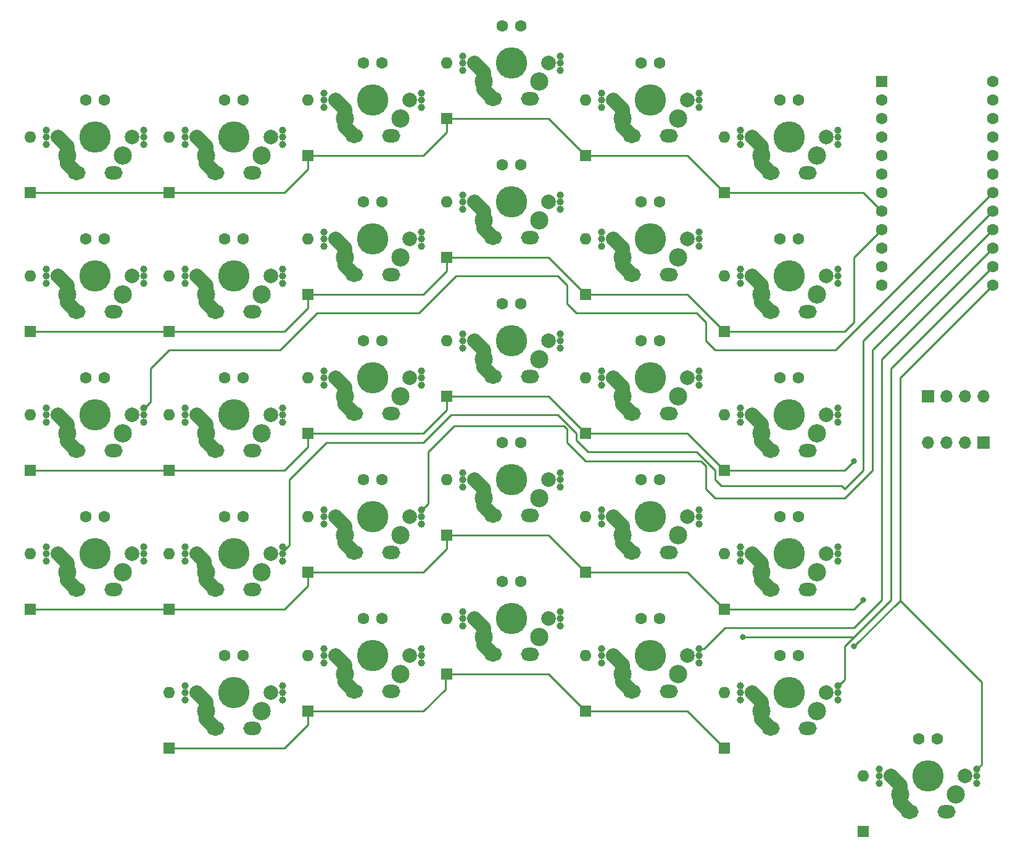
<source format=gbr>
%TF.GenerationSoftware,KiCad,Pcbnew,(5.1.9)-1*%
%TF.CreationDate,2021-03-27T16:34:22+07:00*%
%TF.ProjectId,LetsSplit256,4c657473-5370-46c6-9974-3235362e6b69,rev?*%
%TF.SameCoordinates,Original*%
%TF.FileFunction,Copper,L2,Bot*%
%TF.FilePolarity,Positive*%
%FSLAX46Y46*%
G04 Gerber Fmt 4.6, Leading zero omitted, Abs format (unit mm)*
G04 Created by KiCad (PCBNEW (5.1.9)-1) date 2021-03-27 16:34:22*
%MOMM*%
%LPD*%
G01*
G04 APERTURE LIST*
%TA.AperFunction,ComponentPad*%
%ADD10O,1.700000X1.700000*%
%TD*%
%TA.AperFunction,ComponentPad*%
%ADD11R,1.700000X1.700000*%
%TD*%
%TA.AperFunction,ComponentPad*%
%ADD12C,1.000000*%
%TD*%
%TA.AperFunction,ComponentPad*%
%ADD13O,2.500000X1.800000*%
%TD*%
%TA.AperFunction,ComponentPad*%
%ADD14C,2.500000*%
%TD*%
%TA.AperFunction,ComponentPad*%
%ADD15C,2.000000*%
%TD*%
%TA.AperFunction,ComponentPad*%
%ADD16C,4.300000*%
%TD*%
%TA.AperFunction,ComponentPad*%
%ADD17C,1.600000*%
%TD*%
%TA.AperFunction,ComponentPad*%
%ADD18R,1.600000X1.600000*%
%TD*%
%TA.AperFunction,ComponentPad*%
%ADD19O,1.600000X1.600000*%
%TD*%
%TA.AperFunction,ViaPad*%
%ADD20C,0.800000*%
%TD*%
%TA.AperFunction,Conductor*%
%ADD21C,2.000000*%
%TD*%
%TA.AperFunction,Conductor*%
%ADD22C,0.250000*%
%TD*%
G04 APERTURE END LIST*
D10*
%TO.P,JL1,4*%
%TO.N,Net-(JL1-Pad4)*%
X157480000Y-81280000D03*
%TO.P,JL1,3*%
%TO.N,Net-(JL1-Pad3)*%
X154940000Y-81280000D03*
%TO.P,JL1,2*%
%TO.N,Net-(JL1-Pad2)*%
X152400000Y-81280000D03*
D11*
%TO.P,JL1,1*%
%TO.N,Net-(JL1-Pad1)*%
X149860000Y-81280000D03*
%TD*%
D10*
%TO.P,JL2,4*%
%TO.N,N/C*%
X149860000Y-87630000D03*
%TO.P,JL2,3*%
X152400000Y-87630000D03*
%TO.P,JL2,2*%
X154940000Y-87630000D03*
D11*
%TO.P,JL2,1*%
X157480000Y-87630000D03*
%TD*%
D12*
%TO.P,KLZ1,1*%
%TO.N,Net-(DL24-Pad2)*%
X47910000Y-101870000D03*
X47910000Y-103870000D03*
X47910000Y-102870000D03*
D13*
%TO.P,KLZ1,2*%
%TO.N,Net-(KL1-Pad2)*%
X57150000Y-107746800D03*
D14*
%TO.P,KLZ1,1*%
%TO.N,Net-(DL24-Pad2)*%
X50800000Y-105410000D03*
D13*
X52070000Y-107746800D03*
D14*
%TO.P,KLZ1,2*%
%TO.N,Net-(KL1-Pad2)*%
X58420000Y-105410000D03*
D15*
%TO.P,KLZ1,1*%
%TO.N,Net-(DL24-Pad2)*%
X49530000Y-102870000D03*
%TO.P,KLZ1,2*%
%TO.N,Net-(KL1-Pad2)*%
X59690000Y-102870000D03*
D16*
%TO.P,KLZ1,0*%
%TO.N,N/C*%
X54610000Y-102870000D03*
D12*
%TO.P,KLZ1,2*%
%TO.N,Net-(KL1-Pad2)*%
X61310000Y-102870000D03*
X61310000Y-101870000D03*
X61310000Y-103870000D03*
D17*
%TO.P,KLZ1,0*%
%TO.N,N/C*%
X55880000Y-97790000D03*
X53340000Y-97790000D03*
%TD*%
D12*
%TO.P,KLX1,1*%
%TO.N,Net-(DL34-Pad2)*%
X66960000Y-96790000D03*
X66960000Y-98790000D03*
X66960000Y-97790000D03*
D13*
%TO.P,KLX1,2*%
%TO.N,Net-(KL2-Pad2)*%
X76200000Y-102666800D03*
D14*
%TO.P,KLX1,1*%
%TO.N,Net-(DL34-Pad2)*%
X69850000Y-100330000D03*
D13*
X71120000Y-102666800D03*
D14*
%TO.P,KLX1,2*%
%TO.N,Net-(KL2-Pad2)*%
X77470000Y-100330000D03*
D15*
%TO.P,KLX1,1*%
%TO.N,Net-(DL34-Pad2)*%
X68580000Y-97790000D03*
%TO.P,KLX1,2*%
%TO.N,Net-(KL2-Pad2)*%
X78740000Y-97790000D03*
D16*
%TO.P,KLX1,0*%
%TO.N,N/C*%
X73660000Y-97790000D03*
D12*
%TO.P,KLX1,2*%
%TO.N,Net-(KL2-Pad2)*%
X80360000Y-97790000D03*
X80360000Y-96790000D03*
X80360000Y-98790000D03*
D17*
%TO.P,KLX1,0*%
%TO.N,N/C*%
X74930000Y-92710000D03*
X72390000Y-92710000D03*
%TD*%
D12*
%TO.P,KLW1,1*%
%TO.N,Net-(DL32-Pad2)*%
X66960000Y-58690000D03*
X66960000Y-60690000D03*
X66960000Y-59690000D03*
D13*
%TO.P,KLW1,2*%
%TO.N,Net-(KL2-Pad2)*%
X76200000Y-64566800D03*
D14*
%TO.P,KLW1,1*%
%TO.N,Net-(DL32-Pad2)*%
X69850000Y-62230000D03*
D13*
X71120000Y-64566800D03*
D14*
%TO.P,KLW1,2*%
%TO.N,Net-(KL2-Pad2)*%
X77470000Y-62230000D03*
D15*
%TO.P,KLW1,1*%
%TO.N,Net-(DL32-Pad2)*%
X68580000Y-59690000D03*
%TO.P,KLW1,2*%
%TO.N,Net-(KL2-Pad2)*%
X78740000Y-59690000D03*
D16*
%TO.P,KLW1,0*%
%TO.N,N/C*%
X73660000Y-59690000D03*
D12*
%TO.P,KLW1,2*%
%TO.N,Net-(KL2-Pad2)*%
X80360000Y-59690000D03*
X80360000Y-58690000D03*
X80360000Y-60690000D03*
D17*
%TO.P,KLW1,0*%
%TO.N,N/C*%
X74930000Y-54610000D03*
X72390000Y-54610000D03*
%TD*%
D12*
%TO.P,KLV1,1*%
%TO.N,Net-(DL54-Pad2)*%
X105060000Y-96790000D03*
X105060000Y-98790000D03*
X105060000Y-97790000D03*
D13*
%TO.P,KLV1,2*%
%TO.N,Net-(KL4-Pad2)*%
X114300000Y-102666800D03*
D14*
%TO.P,KLV1,1*%
%TO.N,Net-(DL54-Pad2)*%
X107950000Y-100330000D03*
D13*
X109220000Y-102666800D03*
D14*
%TO.P,KLV1,2*%
%TO.N,Net-(KL4-Pad2)*%
X115570000Y-100330000D03*
D15*
%TO.P,KLV1,1*%
%TO.N,Net-(DL54-Pad2)*%
X106680000Y-97790000D03*
%TO.P,KLV1,2*%
%TO.N,Net-(KL4-Pad2)*%
X116840000Y-97790000D03*
D16*
%TO.P,KLV1,0*%
%TO.N,N/C*%
X111760000Y-97790000D03*
D12*
%TO.P,KLV1,2*%
%TO.N,Net-(KL4-Pad2)*%
X118460000Y-97790000D03*
X118460000Y-96790000D03*
X118460000Y-98790000D03*
D17*
%TO.P,KLV1,0*%
%TO.N,N/C*%
X113030000Y-92710000D03*
X110490000Y-92710000D03*
%TD*%
D12*
%TO.P,KLR1,1*%
%TO.N,Net-(DL52-Pad2)*%
X105060000Y-58690000D03*
X105060000Y-60690000D03*
X105060000Y-59690000D03*
D13*
%TO.P,KLR1,2*%
%TO.N,Net-(KL4-Pad2)*%
X114300000Y-64566800D03*
D14*
%TO.P,KLR1,1*%
%TO.N,Net-(DL52-Pad2)*%
X107950000Y-62230000D03*
D13*
X109220000Y-64566800D03*
D14*
%TO.P,KLR1,2*%
%TO.N,Net-(KL4-Pad2)*%
X115570000Y-62230000D03*
D15*
%TO.P,KLR1,1*%
%TO.N,Net-(DL52-Pad2)*%
X106680000Y-59690000D03*
%TO.P,KLR1,2*%
%TO.N,Net-(KL4-Pad2)*%
X116840000Y-59690000D03*
D16*
%TO.P,KLR1,0*%
%TO.N,N/C*%
X111760000Y-59690000D03*
D12*
%TO.P,KLR1,2*%
%TO.N,Net-(KL4-Pad2)*%
X118460000Y-59690000D03*
X118460000Y-58690000D03*
X118460000Y-60690000D03*
D17*
%TO.P,KLR1,0*%
%TO.N,N/C*%
X113030000Y-54610000D03*
X110490000Y-54610000D03*
%TD*%
D12*
%TO.P,KLQ1,1*%
%TO.N,Net-(DL22-Pad2)*%
X47910000Y-63770000D03*
X47910000Y-65770000D03*
X47910000Y-64770000D03*
D13*
%TO.P,KLQ1,2*%
%TO.N,Net-(KL1-Pad2)*%
X57150000Y-69646800D03*
D14*
%TO.P,KLQ1,1*%
%TO.N,Net-(DL22-Pad2)*%
X50800000Y-67310000D03*
D13*
X52070000Y-69646800D03*
D14*
%TO.P,KLQ1,2*%
%TO.N,Net-(KL1-Pad2)*%
X58420000Y-67310000D03*
D15*
%TO.P,KLQ1,1*%
%TO.N,Net-(DL22-Pad2)*%
X49530000Y-64770000D03*
%TO.P,KLQ1,2*%
%TO.N,Net-(KL1-Pad2)*%
X59690000Y-64770000D03*
D16*
%TO.P,KLQ1,0*%
%TO.N,N/C*%
X54610000Y-64770000D03*
D12*
%TO.P,KLQ1,2*%
%TO.N,Net-(KL1-Pad2)*%
X61310000Y-64770000D03*
X61310000Y-63770000D03*
X61310000Y-65770000D03*
D17*
%TO.P,KLQ1,0*%
%TO.N,N/C*%
X55880000Y-59690000D03*
X53340000Y-59690000D03*
%TD*%
%TO.P,KLFunc65,0*%
%TO.N,N/C*%
X148590000Y-128270000D03*
X151130000Y-128270000D03*
D12*
%TO.P,KLFunc65,2*%
%TO.N,Net-(KL5-Pad2)*%
X156560000Y-134350000D03*
X156560000Y-132350000D03*
X156560000Y-133350000D03*
D16*
%TO.P,KLFunc65,0*%
%TO.N,N/C*%
X149860000Y-133350000D03*
D15*
%TO.P,KLFunc65,2*%
%TO.N,Net-(KL5-Pad2)*%
X154940000Y-133350000D03*
%TO.P,KLFunc65,1*%
%TO.N,Net-(DL65-Pad2)*%
X144780000Y-133350000D03*
D14*
%TO.P,KLFunc65,2*%
%TO.N,Net-(KL5-Pad2)*%
X153670000Y-135890000D03*
D13*
%TO.P,KLFunc65,1*%
%TO.N,Net-(DL65-Pad2)*%
X147320000Y-138226800D03*
D14*
X146050000Y-135890000D03*
D13*
%TO.P,KLFunc65,2*%
%TO.N,Net-(KL5-Pad2)*%
X152400000Y-138226800D03*
D12*
%TO.P,KLFunc65,1*%
%TO.N,Net-(DL65-Pad2)*%
X143160000Y-133350000D03*
X143160000Y-134350000D03*
X143160000Y-132350000D03*
%TD*%
%TO.P,KLFunc55,1*%
%TO.N,Net-(DL55-Pad2)*%
X124110000Y-120920000D03*
X124110000Y-122920000D03*
X124110000Y-121920000D03*
D13*
%TO.P,KLFunc55,2*%
%TO.N,Net-(KL4-Pad2)*%
X133350000Y-126796800D03*
D14*
%TO.P,KLFunc55,1*%
%TO.N,Net-(DL55-Pad2)*%
X127000000Y-124460000D03*
D13*
X128270000Y-126796800D03*
D14*
%TO.P,KLFunc55,2*%
%TO.N,Net-(KL4-Pad2)*%
X134620000Y-124460000D03*
D15*
%TO.P,KLFunc55,1*%
%TO.N,Net-(DL55-Pad2)*%
X125730000Y-121920000D03*
%TO.P,KLFunc55,2*%
%TO.N,Net-(KL4-Pad2)*%
X135890000Y-121920000D03*
D16*
%TO.P,KLFunc55,0*%
%TO.N,N/C*%
X130810000Y-121920000D03*
D12*
%TO.P,KLFunc55,2*%
%TO.N,Net-(KL4-Pad2)*%
X137510000Y-121920000D03*
X137510000Y-120920000D03*
X137510000Y-122920000D03*
D17*
%TO.P,KLFunc55,0*%
%TO.N,N/C*%
X132080000Y-116840000D03*
X129540000Y-116840000D03*
%TD*%
D12*
%TO.P,KLFunc35,1*%
%TO.N,Net-(DL35-Pad2)*%
X86010000Y-110760000D03*
X86010000Y-112760000D03*
X86010000Y-111760000D03*
D13*
%TO.P,KLFunc35,2*%
%TO.N,Net-(KL2-Pad2)*%
X95250000Y-116636800D03*
D14*
%TO.P,KLFunc35,1*%
%TO.N,Net-(DL35-Pad2)*%
X88900000Y-114300000D03*
D13*
X90170000Y-116636800D03*
D14*
%TO.P,KLFunc35,2*%
%TO.N,Net-(KL2-Pad2)*%
X96520000Y-114300000D03*
D15*
%TO.P,KLFunc35,1*%
%TO.N,Net-(DL35-Pad2)*%
X87630000Y-111760000D03*
%TO.P,KLFunc35,2*%
%TO.N,Net-(KL2-Pad2)*%
X97790000Y-111760000D03*
D16*
%TO.P,KLFunc35,0*%
%TO.N,N/C*%
X92710000Y-111760000D03*
D12*
%TO.P,KLFunc35,2*%
%TO.N,Net-(KL2-Pad2)*%
X99410000Y-111760000D03*
X99410000Y-110760000D03*
X99410000Y-112760000D03*
D17*
%TO.P,KLFunc35,0*%
%TO.N,N/C*%
X93980000Y-106680000D03*
X91440000Y-106680000D03*
%TD*%
D12*
%TO.P,KLFunc25,1*%
%TO.N,Net-(DL25-Pad2)*%
X66960000Y-115840000D03*
X66960000Y-117840000D03*
X66960000Y-116840000D03*
D13*
%TO.P,KLFunc25,2*%
%TO.N,Net-(KL1-Pad2)*%
X76200000Y-121716800D03*
D14*
%TO.P,KLFunc25,1*%
%TO.N,Net-(DL25-Pad2)*%
X69850000Y-119380000D03*
D13*
X71120000Y-121716800D03*
D14*
%TO.P,KLFunc25,2*%
%TO.N,Net-(KL1-Pad2)*%
X77470000Y-119380000D03*
D15*
%TO.P,KLFunc25,1*%
%TO.N,Net-(DL25-Pad2)*%
X68580000Y-116840000D03*
%TO.P,KLFunc25,2*%
%TO.N,Net-(KL1-Pad2)*%
X78740000Y-116840000D03*
D16*
%TO.P,KLFunc25,0*%
%TO.N,N/C*%
X73660000Y-116840000D03*
D12*
%TO.P,KLFunc25,2*%
%TO.N,Net-(KL1-Pad2)*%
X80360000Y-116840000D03*
X80360000Y-115840000D03*
X80360000Y-117840000D03*
D17*
%TO.P,KLFunc25,0*%
%TO.N,N/C*%
X74930000Y-111760000D03*
X72390000Y-111760000D03*
%TD*%
D12*
%TO.P,KLFunc15,1*%
%TO.N,Net-(DL15-Pad2)*%
X47910000Y-120920000D03*
X47910000Y-122920000D03*
X47910000Y-121920000D03*
D13*
%TO.P,KLFunc15,2*%
%TO.N,Net-(KLFunc11-Pad2)*%
X57150000Y-126796800D03*
D14*
%TO.P,KLFunc15,1*%
%TO.N,Net-(DL15-Pad2)*%
X50800000Y-124460000D03*
D13*
X52070000Y-126796800D03*
D14*
%TO.P,KLFunc15,2*%
%TO.N,Net-(KLFunc11-Pad2)*%
X58420000Y-124460000D03*
D15*
%TO.P,KLFunc15,1*%
%TO.N,Net-(DL15-Pad2)*%
X49530000Y-121920000D03*
%TO.P,KLFunc15,2*%
%TO.N,Net-(KLFunc11-Pad2)*%
X59690000Y-121920000D03*
D16*
%TO.P,KLFunc15,0*%
%TO.N,N/C*%
X54610000Y-121920000D03*
D12*
%TO.P,KLFunc15,2*%
%TO.N,Net-(KLFunc11-Pad2)*%
X61310000Y-121920000D03*
X61310000Y-120920000D03*
X61310000Y-122920000D03*
D17*
%TO.P,KLFunc15,0*%
%TO.N,N/C*%
X55880000Y-116840000D03*
X53340000Y-116840000D03*
%TD*%
D12*
%TO.P,KLFunc14,1*%
%TO.N,Net-(DL14-Pad2)*%
X28860000Y-101870000D03*
X28860000Y-103870000D03*
X28860000Y-102870000D03*
D13*
%TO.P,KLFunc14,2*%
%TO.N,Net-(KLFunc11-Pad2)*%
X38100000Y-107746800D03*
D14*
%TO.P,KLFunc14,1*%
%TO.N,Net-(DL14-Pad2)*%
X31750000Y-105410000D03*
D13*
X33020000Y-107746800D03*
D14*
%TO.P,KLFunc14,2*%
%TO.N,Net-(KLFunc11-Pad2)*%
X39370000Y-105410000D03*
D15*
%TO.P,KLFunc14,1*%
%TO.N,Net-(DL14-Pad2)*%
X30480000Y-102870000D03*
%TO.P,KLFunc14,2*%
%TO.N,Net-(KLFunc11-Pad2)*%
X40640000Y-102870000D03*
D16*
%TO.P,KLFunc14,0*%
%TO.N,N/C*%
X35560000Y-102870000D03*
D12*
%TO.P,KLFunc14,2*%
%TO.N,Net-(KLFunc11-Pad2)*%
X42260000Y-102870000D03*
X42260000Y-101870000D03*
X42260000Y-103870000D03*
D17*
%TO.P,KLFunc14,0*%
%TO.N,N/C*%
X36830000Y-97790000D03*
X34290000Y-97790000D03*
%TD*%
D12*
%TO.P,KLFunc13,1*%
%TO.N,Net-(DL13-Pad2)*%
X28860000Y-82820000D03*
X28860000Y-84820000D03*
X28860000Y-83820000D03*
D13*
%TO.P,KLFunc13,2*%
%TO.N,Net-(KLFunc11-Pad2)*%
X38100000Y-88696800D03*
D14*
%TO.P,KLFunc13,1*%
%TO.N,Net-(DL13-Pad2)*%
X31750000Y-86360000D03*
D13*
X33020000Y-88696800D03*
D14*
%TO.P,KLFunc13,2*%
%TO.N,Net-(KLFunc11-Pad2)*%
X39370000Y-86360000D03*
D15*
%TO.P,KLFunc13,1*%
%TO.N,Net-(DL13-Pad2)*%
X30480000Y-83820000D03*
%TO.P,KLFunc13,2*%
%TO.N,Net-(KLFunc11-Pad2)*%
X40640000Y-83820000D03*
D16*
%TO.P,KLFunc13,0*%
%TO.N,N/C*%
X35560000Y-83820000D03*
D12*
%TO.P,KLFunc13,2*%
%TO.N,Net-(KLFunc11-Pad2)*%
X42260000Y-83820000D03*
X42260000Y-82820000D03*
X42260000Y-84820000D03*
D17*
%TO.P,KLFunc13,0*%
%TO.N,N/C*%
X36830000Y-78740000D03*
X34290000Y-78740000D03*
%TD*%
D12*
%TO.P,KLFunc12,1*%
%TO.N,Net-(DL12-Pad2)*%
X28860000Y-63770000D03*
X28860000Y-65770000D03*
X28860000Y-64770000D03*
D13*
%TO.P,KLFunc12,2*%
%TO.N,Net-(KLFunc11-Pad2)*%
X38100000Y-69646800D03*
D14*
%TO.P,KLFunc12,1*%
%TO.N,Net-(DL12-Pad2)*%
X31750000Y-67310000D03*
D13*
X33020000Y-69646800D03*
D14*
%TO.P,KLFunc12,2*%
%TO.N,Net-(KLFunc11-Pad2)*%
X39370000Y-67310000D03*
D15*
%TO.P,KLFunc12,1*%
%TO.N,Net-(DL12-Pad2)*%
X30480000Y-64770000D03*
%TO.P,KLFunc12,2*%
%TO.N,Net-(KLFunc11-Pad2)*%
X40640000Y-64770000D03*
D16*
%TO.P,KLFunc12,0*%
%TO.N,N/C*%
X35560000Y-64770000D03*
D12*
%TO.P,KLFunc12,2*%
%TO.N,Net-(KLFunc11-Pad2)*%
X42260000Y-64770000D03*
X42260000Y-63770000D03*
X42260000Y-65770000D03*
D17*
%TO.P,KLFunc12,0*%
%TO.N,N/C*%
X36830000Y-59690000D03*
X34290000Y-59690000D03*
%TD*%
D12*
%TO.P,KLFunc11,1*%
%TO.N,Net-(DL11-Pad2)*%
X28860000Y-44720000D03*
X28860000Y-46720000D03*
X28860000Y-45720000D03*
D13*
%TO.P,KLFunc11,2*%
%TO.N,Net-(KLFunc11-Pad2)*%
X38100000Y-50596800D03*
D14*
%TO.P,KLFunc11,1*%
%TO.N,Net-(DL11-Pad2)*%
X31750000Y-48260000D03*
D13*
X33020000Y-50596800D03*
D14*
%TO.P,KLFunc11,2*%
%TO.N,Net-(KLFunc11-Pad2)*%
X39370000Y-48260000D03*
D15*
%TO.P,KLFunc11,1*%
%TO.N,Net-(DL11-Pad2)*%
X30480000Y-45720000D03*
%TO.P,KLFunc11,2*%
%TO.N,Net-(KLFunc11-Pad2)*%
X40640000Y-45720000D03*
D16*
%TO.P,KLFunc11,0*%
%TO.N,N/C*%
X35560000Y-45720000D03*
D12*
%TO.P,KLFunc11,2*%
%TO.N,Net-(KLFunc11-Pad2)*%
X42260000Y-45720000D03*
X42260000Y-44720000D03*
X42260000Y-46720000D03*
D17*
%TO.P,KLFunc11,0*%
%TO.N,N/C*%
X36830000Y-40640000D03*
X34290000Y-40640000D03*
%TD*%
D12*
%TO.P,KLF1,1*%
%TO.N,Net-(DL53-Pad2)*%
X105060000Y-77740000D03*
X105060000Y-79740000D03*
X105060000Y-78740000D03*
D13*
%TO.P,KLF1,2*%
%TO.N,Net-(KL4-Pad2)*%
X114300000Y-83616800D03*
D14*
%TO.P,KLF1,1*%
%TO.N,Net-(DL53-Pad2)*%
X107950000Y-81280000D03*
D13*
X109220000Y-83616800D03*
D14*
%TO.P,KLF1,2*%
%TO.N,Net-(KL4-Pad2)*%
X115570000Y-81280000D03*
D15*
%TO.P,KLF1,1*%
%TO.N,Net-(DL53-Pad2)*%
X106680000Y-78740000D03*
%TO.P,KLF1,2*%
%TO.N,Net-(KL4-Pad2)*%
X116840000Y-78740000D03*
D16*
%TO.P,KLF1,0*%
%TO.N,N/C*%
X111760000Y-78740000D03*
D12*
%TO.P,KLF1,2*%
%TO.N,Net-(KL4-Pad2)*%
X118460000Y-78740000D03*
X118460000Y-77740000D03*
X118460000Y-79740000D03*
D17*
%TO.P,KLF1,0*%
%TO.N,N/C*%
X113030000Y-73660000D03*
X110490000Y-73660000D03*
%TD*%
D12*
%TO.P,KLE1,1*%
%TO.N,Net-(DL42-Pad2)*%
X86010000Y-53610000D03*
X86010000Y-55610000D03*
X86010000Y-54610000D03*
D13*
%TO.P,KLE1,2*%
%TO.N,Net-(KL3-Pad2)*%
X95250000Y-59486800D03*
D14*
%TO.P,KLE1,1*%
%TO.N,Net-(DL42-Pad2)*%
X88900000Y-57150000D03*
D13*
X90170000Y-59486800D03*
D14*
%TO.P,KLE1,2*%
%TO.N,Net-(KL3-Pad2)*%
X96520000Y-57150000D03*
D15*
%TO.P,KLE1,1*%
%TO.N,Net-(DL42-Pad2)*%
X87630000Y-54610000D03*
%TO.P,KLE1,2*%
%TO.N,Net-(KL3-Pad2)*%
X97790000Y-54610000D03*
D16*
%TO.P,KLE1,0*%
%TO.N,N/C*%
X92710000Y-54610000D03*
D12*
%TO.P,KLE1,2*%
%TO.N,Net-(KL3-Pad2)*%
X99410000Y-54610000D03*
X99410000Y-53610000D03*
X99410000Y-55610000D03*
D17*
%TO.P,KLE1,0*%
%TO.N,N/C*%
X93980000Y-49530000D03*
X91440000Y-49530000D03*
%TD*%
D12*
%TO.P,KLD1,1*%
%TO.N,Net-(DL43-Pad2)*%
X86010000Y-72660000D03*
X86010000Y-74660000D03*
X86010000Y-73660000D03*
D13*
%TO.P,KLD1,2*%
%TO.N,Net-(KL3-Pad2)*%
X95250000Y-78536800D03*
D14*
%TO.P,KLD1,1*%
%TO.N,Net-(DL43-Pad2)*%
X88900000Y-76200000D03*
D13*
X90170000Y-78536800D03*
D14*
%TO.P,KLD1,2*%
%TO.N,Net-(KL3-Pad2)*%
X96520000Y-76200000D03*
D15*
%TO.P,KLD1,1*%
%TO.N,Net-(DL43-Pad2)*%
X87630000Y-73660000D03*
%TO.P,KLD1,2*%
%TO.N,Net-(KL3-Pad2)*%
X97790000Y-73660000D03*
D16*
%TO.P,KLD1,0*%
%TO.N,N/C*%
X92710000Y-73660000D03*
D12*
%TO.P,KLD1,2*%
%TO.N,Net-(KL3-Pad2)*%
X99410000Y-73660000D03*
X99410000Y-72660000D03*
X99410000Y-74660000D03*
D17*
%TO.P,KLD1,0*%
%TO.N,N/C*%
X93980000Y-68580000D03*
X91440000Y-68580000D03*
%TD*%
D12*
%TO.P,KLC1,1*%
%TO.N,Net-(DL44-Pad2)*%
X86010000Y-91710000D03*
X86010000Y-93710000D03*
X86010000Y-92710000D03*
D13*
%TO.P,KLC1,2*%
%TO.N,Net-(KL3-Pad2)*%
X95250000Y-97586800D03*
D14*
%TO.P,KLC1,1*%
%TO.N,Net-(DL44-Pad2)*%
X88900000Y-95250000D03*
D13*
X90170000Y-97586800D03*
D14*
%TO.P,KLC1,2*%
%TO.N,Net-(KL3-Pad2)*%
X96520000Y-95250000D03*
D15*
%TO.P,KLC1,1*%
%TO.N,Net-(DL44-Pad2)*%
X87630000Y-92710000D03*
%TO.P,KLC1,2*%
%TO.N,Net-(KL3-Pad2)*%
X97790000Y-92710000D03*
D16*
%TO.P,KLC1,0*%
%TO.N,N/C*%
X92710000Y-92710000D03*
D12*
%TO.P,KLC1,2*%
%TO.N,Net-(KL3-Pad2)*%
X99410000Y-92710000D03*
X99410000Y-91710000D03*
X99410000Y-93710000D03*
D17*
%TO.P,KLC1,0*%
%TO.N,N/C*%
X93980000Y-87630000D03*
X91440000Y-87630000D03*
%TD*%
D12*
%TO.P,KLB1,1*%
%TO.N,Net-(DL64-Pad2)*%
X124110000Y-101870000D03*
X124110000Y-103870000D03*
X124110000Y-102870000D03*
D13*
%TO.P,KLB1,2*%
%TO.N,Net-(KL5-Pad2)*%
X133350000Y-107746800D03*
D14*
%TO.P,KLB1,1*%
%TO.N,Net-(DL64-Pad2)*%
X127000000Y-105410000D03*
D13*
X128270000Y-107746800D03*
D14*
%TO.P,KLB1,2*%
%TO.N,Net-(KL5-Pad2)*%
X134620000Y-105410000D03*
D15*
%TO.P,KLB1,1*%
%TO.N,Net-(DL64-Pad2)*%
X125730000Y-102870000D03*
%TO.P,KLB1,2*%
%TO.N,Net-(KL5-Pad2)*%
X135890000Y-102870000D03*
D16*
%TO.P,KLB1,0*%
%TO.N,N/C*%
X130810000Y-102870000D03*
D12*
%TO.P,KLB1,2*%
%TO.N,Net-(KL5-Pad2)*%
X137510000Y-102870000D03*
X137510000Y-101870000D03*
X137510000Y-103870000D03*
D17*
%TO.P,KLB1,0*%
%TO.N,N/C*%
X132080000Y-97790000D03*
X129540000Y-97790000D03*
%TD*%
D12*
%TO.P,KLA1,1*%
%TO.N,Net-(DL23-Pad2)*%
X47910000Y-82820000D03*
X47910000Y-84820000D03*
X47910000Y-83820000D03*
D13*
%TO.P,KLA1,2*%
%TO.N,Net-(KL1-Pad2)*%
X57150000Y-88696800D03*
D14*
%TO.P,KLA1,1*%
%TO.N,Net-(DL23-Pad2)*%
X50800000Y-86360000D03*
D13*
X52070000Y-88696800D03*
D14*
%TO.P,KLA1,2*%
%TO.N,Net-(KL1-Pad2)*%
X58420000Y-86360000D03*
D15*
%TO.P,KLA1,1*%
%TO.N,Net-(DL23-Pad2)*%
X49530000Y-83820000D03*
%TO.P,KLA1,2*%
%TO.N,Net-(KL1-Pad2)*%
X59690000Y-83820000D03*
D16*
%TO.P,KLA1,0*%
%TO.N,N/C*%
X54610000Y-83820000D03*
D12*
%TO.P,KLA1,2*%
%TO.N,Net-(KL1-Pad2)*%
X61310000Y-83820000D03*
X61310000Y-82820000D03*
X61310000Y-84820000D03*
D17*
%TO.P,KLA1,0*%
%TO.N,N/C*%
X55880000Y-78740000D03*
X53340000Y-78740000D03*
%TD*%
D12*
%TO.P,KL4,1*%
%TO.N,Net-(DL51-Pad2)*%
X105060000Y-39640000D03*
X105060000Y-41640000D03*
X105060000Y-40640000D03*
D13*
%TO.P,KL4,2*%
%TO.N,Net-(KL4-Pad2)*%
X114300000Y-45516800D03*
D14*
%TO.P,KL4,1*%
%TO.N,Net-(DL51-Pad2)*%
X107950000Y-43180000D03*
D13*
X109220000Y-45516800D03*
D14*
%TO.P,KL4,2*%
%TO.N,Net-(KL4-Pad2)*%
X115570000Y-43180000D03*
D15*
%TO.P,KL4,1*%
%TO.N,Net-(DL51-Pad2)*%
X106680000Y-40640000D03*
%TO.P,KL4,2*%
%TO.N,Net-(KL4-Pad2)*%
X116840000Y-40640000D03*
D16*
%TO.P,KL4,0*%
%TO.N,N/C*%
X111760000Y-40640000D03*
D12*
%TO.P,KL4,2*%
%TO.N,Net-(KL4-Pad2)*%
X118460000Y-40640000D03*
X118460000Y-39640000D03*
X118460000Y-41640000D03*
D17*
%TO.P,KL4,0*%
%TO.N,N/C*%
X113030000Y-35560000D03*
X110490000Y-35560000D03*
%TD*%
D12*
%TO.P,KL3,1*%
%TO.N,Net-(DL41-Pad2)*%
X86010000Y-34560000D03*
X86010000Y-36560000D03*
X86010000Y-35560000D03*
D13*
%TO.P,KL3,2*%
%TO.N,Net-(KL3-Pad2)*%
X95250000Y-40436800D03*
D14*
%TO.P,KL3,1*%
%TO.N,Net-(DL41-Pad2)*%
X88900000Y-38100000D03*
D13*
X90170000Y-40436800D03*
D14*
%TO.P,KL3,2*%
%TO.N,Net-(KL3-Pad2)*%
X96520000Y-38100000D03*
D15*
%TO.P,KL3,1*%
%TO.N,Net-(DL41-Pad2)*%
X87630000Y-35560000D03*
%TO.P,KL3,2*%
%TO.N,Net-(KL3-Pad2)*%
X97790000Y-35560000D03*
D16*
%TO.P,KL3,0*%
%TO.N,N/C*%
X92710000Y-35560000D03*
D12*
%TO.P,KL3,2*%
%TO.N,Net-(KL3-Pad2)*%
X99410000Y-35560000D03*
X99410000Y-34560000D03*
X99410000Y-36560000D03*
D17*
%TO.P,KL3,0*%
%TO.N,N/C*%
X93980000Y-30480000D03*
X91440000Y-30480000D03*
%TD*%
D12*
%TO.P,KL2,1*%
%TO.N,Net-(DL31-Pad2)*%
X66960000Y-39640000D03*
X66960000Y-41640000D03*
X66960000Y-40640000D03*
D13*
%TO.P,KL2,2*%
%TO.N,Net-(KL2-Pad2)*%
X76200000Y-45516800D03*
D14*
%TO.P,KL2,1*%
%TO.N,Net-(DL31-Pad2)*%
X69850000Y-43180000D03*
D13*
X71120000Y-45516800D03*
D14*
%TO.P,KL2,2*%
%TO.N,Net-(KL2-Pad2)*%
X77470000Y-43180000D03*
D15*
%TO.P,KL2,1*%
%TO.N,Net-(DL31-Pad2)*%
X68580000Y-40640000D03*
%TO.P,KL2,2*%
%TO.N,Net-(KL2-Pad2)*%
X78740000Y-40640000D03*
D16*
%TO.P,KL2,0*%
%TO.N,N/C*%
X73660000Y-40640000D03*
D12*
%TO.P,KL2,2*%
%TO.N,Net-(KL2-Pad2)*%
X80360000Y-40640000D03*
X80360000Y-39640000D03*
X80360000Y-41640000D03*
D17*
%TO.P,KL2,0*%
%TO.N,N/C*%
X74930000Y-35560000D03*
X72390000Y-35560000D03*
%TD*%
D12*
%TO.P,KL1,1*%
%TO.N,Net-(DL21-Pad2)*%
X47910000Y-44720000D03*
X47910000Y-46720000D03*
X47910000Y-45720000D03*
D13*
%TO.P,KL1,2*%
%TO.N,Net-(KL1-Pad2)*%
X57150000Y-50596800D03*
D14*
%TO.P,KL1,1*%
%TO.N,Net-(DL21-Pad2)*%
X50800000Y-48260000D03*
D13*
X52070000Y-50596800D03*
D14*
%TO.P,KL1,2*%
%TO.N,Net-(KL1-Pad2)*%
X58420000Y-48260000D03*
D15*
%TO.P,KL1,1*%
%TO.N,Net-(DL21-Pad2)*%
X49530000Y-45720000D03*
%TO.P,KL1,2*%
%TO.N,Net-(KL1-Pad2)*%
X59690000Y-45720000D03*
D16*
%TO.P,KL1,0*%
%TO.N,N/C*%
X54610000Y-45720000D03*
D12*
%TO.P,KL1,2*%
%TO.N,Net-(KL1-Pad2)*%
X61310000Y-45720000D03*
X61310000Y-44720000D03*
X61310000Y-46720000D03*
D17*
%TO.P,KL1,0*%
%TO.N,N/C*%
X55880000Y-40640000D03*
X53340000Y-40640000D03*
%TD*%
D12*
%TO.P,KLS1,1*%
%TO.N,Net-(DL33-Pad2)*%
X66960000Y-77740000D03*
X66960000Y-79740000D03*
X66960000Y-78740000D03*
D13*
%TO.P,KLS1,2*%
%TO.N,Net-(KL2-Pad2)*%
X76200000Y-83616800D03*
D14*
%TO.P,KLS1,1*%
%TO.N,Net-(DL33-Pad2)*%
X69850000Y-81280000D03*
D13*
X71120000Y-83616800D03*
D14*
%TO.P,KLS1,2*%
%TO.N,Net-(KL2-Pad2)*%
X77470000Y-81280000D03*
D15*
%TO.P,KLS1,1*%
%TO.N,Net-(DL33-Pad2)*%
X68580000Y-78740000D03*
%TO.P,KLS1,2*%
%TO.N,Net-(KL2-Pad2)*%
X78740000Y-78740000D03*
D16*
%TO.P,KLS1,0*%
%TO.N,N/C*%
X73660000Y-78740000D03*
D12*
%TO.P,KLS1,2*%
%TO.N,Net-(KL2-Pad2)*%
X80360000Y-78740000D03*
X80360000Y-77740000D03*
X80360000Y-79740000D03*
D17*
%TO.P,KLS1,0*%
%TO.N,N/C*%
X74930000Y-73660000D03*
X72390000Y-73660000D03*
%TD*%
D12*
%TO.P,KLFunc45,1*%
%TO.N,Net-(DL45-Pad2)*%
X105060000Y-115840000D03*
X105060000Y-117840000D03*
X105060000Y-116840000D03*
D13*
%TO.P,KLFunc45,2*%
%TO.N,Net-(KL3-Pad2)*%
X114300000Y-121716800D03*
D14*
%TO.P,KLFunc45,1*%
%TO.N,Net-(DL45-Pad2)*%
X107950000Y-119380000D03*
D13*
X109220000Y-121716800D03*
D14*
%TO.P,KLFunc45,2*%
%TO.N,Net-(KL3-Pad2)*%
X115570000Y-119380000D03*
D15*
%TO.P,KLFunc45,1*%
%TO.N,Net-(DL45-Pad2)*%
X106680000Y-116840000D03*
%TO.P,KLFunc45,2*%
%TO.N,Net-(KL3-Pad2)*%
X116840000Y-116840000D03*
D16*
%TO.P,KLFunc45,0*%
%TO.N,N/C*%
X111760000Y-116840000D03*
D12*
%TO.P,KLFunc45,2*%
%TO.N,Net-(KL3-Pad2)*%
X118460000Y-116840000D03*
X118460000Y-115840000D03*
X118460000Y-117840000D03*
D17*
%TO.P,KLFunc45,0*%
%TO.N,N/C*%
X113030000Y-111760000D03*
X110490000Y-111760000D03*
%TD*%
D12*
%TO.P,KLT1,1*%
%TO.N,Net-(DL62-Pad2)*%
X124110000Y-63770000D03*
X124110000Y-65770000D03*
X124110000Y-64770000D03*
D13*
%TO.P,KLT1,2*%
%TO.N,Net-(KL5-Pad2)*%
X133350000Y-69646800D03*
D14*
%TO.P,KLT1,1*%
%TO.N,Net-(DL62-Pad2)*%
X127000000Y-67310000D03*
D13*
X128270000Y-69646800D03*
D14*
%TO.P,KLT1,2*%
%TO.N,Net-(KL5-Pad2)*%
X134620000Y-67310000D03*
D15*
%TO.P,KLT1,1*%
%TO.N,Net-(DL62-Pad2)*%
X125730000Y-64770000D03*
%TO.P,KLT1,2*%
%TO.N,Net-(KL5-Pad2)*%
X135890000Y-64770000D03*
D16*
%TO.P,KLT1,0*%
%TO.N,N/C*%
X130810000Y-64770000D03*
D12*
%TO.P,KLT1,2*%
%TO.N,Net-(KL5-Pad2)*%
X137510000Y-64770000D03*
X137510000Y-63770000D03*
X137510000Y-65770000D03*
D17*
%TO.P,KLT1,0*%
%TO.N,N/C*%
X132080000Y-59690000D03*
X129540000Y-59690000D03*
%TD*%
D12*
%TO.P,KL5,1*%
%TO.N,Net-(DL61-Pad2)*%
X124110000Y-44720000D03*
X124110000Y-46720000D03*
X124110000Y-45720000D03*
D13*
%TO.P,KL5,2*%
%TO.N,Net-(KL5-Pad2)*%
X133350000Y-50596800D03*
D14*
%TO.P,KL5,1*%
%TO.N,Net-(DL61-Pad2)*%
X127000000Y-48260000D03*
D13*
X128270000Y-50596800D03*
D14*
%TO.P,KL5,2*%
%TO.N,Net-(KL5-Pad2)*%
X134620000Y-48260000D03*
D15*
%TO.P,KL5,1*%
%TO.N,Net-(DL61-Pad2)*%
X125730000Y-45720000D03*
%TO.P,KL5,2*%
%TO.N,Net-(KL5-Pad2)*%
X135890000Y-45720000D03*
D16*
%TO.P,KL5,0*%
%TO.N,N/C*%
X130810000Y-45720000D03*
D12*
%TO.P,KL5,2*%
%TO.N,Net-(KL5-Pad2)*%
X137510000Y-45720000D03*
X137510000Y-44720000D03*
X137510000Y-46720000D03*
D17*
%TO.P,KL5,0*%
%TO.N,N/C*%
X132080000Y-40640000D03*
X129540000Y-40640000D03*
%TD*%
D12*
%TO.P,KLG1,1*%
%TO.N,Net-(DL63-Pad2)*%
X124110000Y-82820000D03*
X124110000Y-84820000D03*
X124110000Y-83820000D03*
D13*
%TO.P,KLG1,2*%
%TO.N,Net-(KL5-Pad2)*%
X133350000Y-88696800D03*
D14*
%TO.P,KLG1,1*%
%TO.N,Net-(DL63-Pad2)*%
X127000000Y-86360000D03*
D13*
X128270000Y-88696800D03*
D14*
%TO.P,KLG1,2*%
%TO.N,Net-(KL5-Pad2)*%
X134620000Y-86360000D03*
D15*
%TO.P,KLG1,1*%
%TO.N,Net-(DL63-Pad2)*%
X125730000Y-83820000D03*
%TO.P,KLG1,2*%
%TO.N,Net-(KL5-Pad2)*%
X135890000Y-83820000D03*
D16*
%TO.P,KLG1,0*%
%TO.N,N/C*%
X130810000Y-83820000D03*
D12*
%TO.P,KLG1,2*%
%TO.N,Net-(KL5-Pad2)*%
X137510000Y-83820000D03*
X137510000Y-82820000D03*
X137510000Y-84820000D03*
D17*
%TO.P,KLG1,0*%
%TO.N,N/C*%
X132080000Y-78740000D03*
X129540000Y-78740000D03*
%TD*%
D18*
%TO.P,DL65,1*%
%TO.N,Net-(DL15-Pad1)*%
X140970000Y-140970000D03*
D19*
%TO.P,DL65,2*%
%TO.N,Net-(DL65-Pad2)*%
X140970000Y-133350000D03*
%TD*%
%TO.P,DL64,2*%
%TO.N,Net-(DL64-Pad2)*%
X121920000Y-102870000D03*
D18*
%TO.P,DL64,1*%
%TO.N,Net-(DL14-Pad1)*%
X121920000Y-110490000D03*
%TD*%
%TO.P,DL63,1*%
%TO.N,Net-(DL13-Pad1)*%
X121920000Y-91440000D03*
D19*
%TO.P,DL63,2*%
%TO.N,Net-(DL63-Pad2)*%
X121920000Y-83820000D03*
%TD*%
D18*
%TO.P,DL62,1*%
%TO.N,Net-(DL12-Pad1)*%
X121920000Y-72390000D03*
D19*
%TO.P,DL62,2*%
%TO.N,Net-(DL62-Pad2)*%
X121920000Y-64770000D03*
%TD*%
D18*
%TO.P,DL61,1*%
%TO.N,Net-(DL11-Pad1)*%
X121920000Y-53340000D03*
D19*
%TO.P,DL61,2*%
%TO.N,Net-(DL61-Pad2)*%
X121920000Y-45720000D03*
%TD*%
%TO.P,DL55,2*%
%TO.N,Net-(DL55-Pad2)*%
X121920000Y-121920000D03*
D18*
%TO.P,DL55,1*%
%TO.N,Net-(DL15-Pad1)*%
X121920000Y-129540000D03*
%TD*%
%TO.P,DL54,1*%
%TO.N,Net-(DL14-Pad1)*%
X102870000Y-105410000D03*
D19*
%TO.P,DL54,2*%
%TO.N,Net-(DL54-Pad2)*%
X102870000Y-97790000D03*
%TD*%
%TO.P,DL53,2*%
%TO.N,Net-(DL53-Pad2)*%
X102870000Y-78740000D03*
D18*
%TO.P,DL53,1*%
%TO.N,Net-(DL13-Pad1)*%
X102870000Y-86360000D03*
%TD*%
D19*
%TO.P,DL52,2*%
%TO.N,Net-(DL52-Pad2)*%
X102870000Y-59690000D03*
D18*
%TO.P,DL52,1*%
%TO.N,Net-(DL12-Pad1)*%
X102870000Y-67310000D03*
%TD*%
D19*
%TO.P,DL51,2*%
%TO.N,Net-(DL51-Pad2)*%
X102870000Y-40640000D03*
D18*
%TO.P,DL51,1*%
%TO.N,Net-(DL11-Pad1)*%
X102870000Y-48260000D03*
%TD*%
%TO.P,DL45,1*%
%TO.N,Net-(DL15-Pad1)*%
X102870000Y-124460000D03*
D19*
%TO.P,DL45,2*%
%TO.N,Net-(DL45-Pad2)*%
X102870000Y-116840000D03*
%TD*%
%TO.P,DL44,2*%
%TO.N,Net-(DL44-Pad2)*%
X83820000Y-92710000D03*
D18*
%TO.P,DL44,1*%
%TO.N,Net-(DL14-Pad1)*%
X83820000Y-100330000D03*
%TD*%
%TO.P,DL43,1*%
%TO.N,Net-(DL13-Pad1)*%
X83820000Y-81280000D03*
D19*
%TO.P,DL43,2*%
%TO.N,Net-(DL43-Pad2)*%
X83820000Y-73660000D03*
%TD*%
D18*
%TO.P,DL42,1*%
%TO.N,Net-(DL12-Pad1)*%
X83820000Y-62230000D03*
D19*
%TO.P,DL42,2*%
%TO.N,Net-(DL42-Pad2)*%
X83820000Y-54610000D03*
%TD*%
D18*
%TO.P,DL41,1*%
%TO.N,Net-(DL11-Pad1)*%
X83820000Y-43180000D03*
D19*
%TO.P,DL41,2*%
%TO.N,Net-(DL41-Pad2)*%
X83820000Y-35560000D03*
%TD*%
%TO.P,DL35,2*%
%TO.N,Net-(DL35-Pad2)*%
X83820000Y-111760000D03*
D18*
%TO.P,DL35,1*%
%TO.N,Net-(DL15-Pad1)*%
X83820000Y-119380000D03*
%TD*%
%TO.P,DL34,1*%
%TO.N,Net-(DL14-Pad1)*%
X64770000Y-105410000D03*
D19*
%TO.P,DL34,2*%
%TO.N,Net-(DL34-Pad2)*%
X64770000Y-97790000D03*
%TD*%
%TO.P,DL33,2*%
%TO.N,Net-(DL33-Pad2)*%
X64770000Y-78740000D03*
D18*
%TO.P,DL33,1*%
%TO.N,Net-(DL13-Pad1)*%
X64770000Y-86360000D03*
%TD*%
D19*
%TO.P,DL32,2*%
%TO.N,Net-(DL32-Pad2)*%
X64770000Y-59690000D03*
D18*
%TO.P,DL32,1*%
%TO.N,Net-(DL12-Pad1)*%
X64770000Y-67310000D03*
%TD*%
D19*
%TO.P,DL31,2*%
%TO.N,Net-(DL31-Pad2)*%
X64770000Y-40640000D03*
D18*
%TO.P,DL31,1*%
%TO.N,Net-(DL11-Pad1)*%
X64770000Y-48260000D03*
%TD*%
%TO.P,DL25,1*%
%TO.N,Net-(DL15-Pad1)*%
X64770000Y-124460000D03*
D19*
%TO.P,DL25,2*%
%TO.N,Net-(DL25-Pad2)*%
X64770000Y-116840000D03*
%TD*%
%TO.P,DL24,2*%
%TO.N,Net-(DL24-Pad2)*%
X45720000Y-102870000D03*
D18*
%TO.P,DL24,1*%
%TO.N,Net-(DL14-Pad1)*%
X45720000Y-110490000D03*
%TD*%
%TO.P,DL23,1*%
%TO.N,Net-(DL13-Pad1)*%
X45720000Y-91440000D03*
D19*
%TO.P,DL23,2*%
%TO.N,Net-(DL23-Pad2)*%
X45720000Y-83820000D03*
%TD*%
%TO.P,DL22,2*%
%TO.N,Net-(DL22-Pad2)*%
X45720000Y-64770000D03*
D18*
%TO.P,DL22,1*%
%TO.N,Net-(DL12-Pad1)*%
X45720000Y-72390000D03*
%TD*%
%TO.P,DL21,1*%
%TO.N,Net-(DL11-Pad1)*%
X45720000Y-53340000D03*
D19*
%TO.P,DL21,2*%
%TO.N,Net-(DL21-Pad2)*%
X45720000Y-45720000D03*
%TD*%
%TO.P,DL15,2*%
%TO.N,Net-(DL15-Pad2)*%
X45720000Y-121920000D03*
D18*
%TO.P,DL15,1*%
%TO.N,Net-(DL15-Pad1)*%
X45720000Y-129540000D03*
%TD*%
D19*
%TO.P,DL14,2*%
%TO.N,Net-(DL14-Pad2)*%
X26670000Y-102870000D03*
D18*
%TO.P,DL14,1*%
%TO.N,Net-(DL14-Pad1)*%
X26670000Y-110490000D03*
%TD*%
%TO.P,DL13,1*%
%TO.N,Net-(DL13-Pad1)*%
X26670000Y-91440000D03*
D19*
%TO.P,DL13,2*%
%TO.N,Net-(DL13-Pad2)*%
X26670000Y-83820000D03*
%TD*%
D18*
%TO.P,DL12,1*%
%TO.N,Net-(DL12-Pad1)*%
X26670000Y-72390000D03*
D19*
%TO.P,DL12,2*%
%TO.N,Net-(DL12-Pad2)*%
X26670000Y-64770000D03*
%TD*%
%TO.P,DL11,2*%
%TO.N,Net-(DL11-Pad2)*%
X26670000Y-45720000D03*
D18*
%TO.P,DL11,1*%
%TO.N,Net-(DL11-Pad1)*%
X26670000Y-53340000D03*
%TD*%
D17*
%TO.P,U1,24*%
%TO.N,Net-(U1-Pad24)*%
X158750000Y-38100000D03*
%TO.P,U1,23*%
%TO.N,Net-(JL1-Pad1)*%
X158750000Y-40640000D03*
%TO.P,U1,22*%
%TO.N,Net-(U1-Pad22)*%
X158750000Y-43180000D03*
%TO.P,U1,21*%
%TO.N,Net-(JL1-Pad3)*%
X158750000Y-45720000D03*
%TO.P,U1,20*%
%TO.N,Net-(JL1-Pad4)*%
X158750000Y-48260000D03*
%TO.P,U1,19*%
%TO.N,Net-(U1-Pad19)*%
X158750000Y-50800000D03*
%TO.P,U1,18*%
%TO.N,Net-(KLFunc11-Pad2)*%
X158750000Y-53340000D03*
%TO.P,U1,17*%
%TO.N,Net-(KL1-Pad2)*%
X158750000Y-55880000D03*
%TO.P,U1,16*%
%TO.N,Net-(KL2-Pad2)*%
X158750000Y-58420000D03*
%TO.P,U1,15*%
%TO.N,Net-(KL3-Pad2)*%
X158750000Y-60960000D03*
%TO.P,U1,14*%
%TO.N,Net-(KL4-Pad2)*%
X158750000Y-63500000D03*
%TO.P,U1,13*%
%TO.N,Net-(KL5-Pad2)*%
X158750000Y-66040000D03*
%TO.P,U1,12*%
%TO.N,Net-(DL15-Pad1)*%
X143510000Y-66040000D03*
%TO.P,U1,11*%
%TO.N,Net-(DL14-Pad1)*%
X143510000Y-63500000D03*
%TO.P,U1,10*%
%TO.N,Net-(DL13-Pad1)*%
X143510000Y-60960000D03*
%TO.P,U1,9*%
%TO.N,Net-(DL12-Pad1)*%
X143510000Y-58420000D03*
%TO.P,U1,8*%
%TO.N,Net-(DL11-Pad1)*%
X143510000Y-55880000D03*
%TO.P,U1,7*%
%TO.N,Net-(U1-Pad7)*%
X143510000Y-53340000D03*
%TO.P,U1,6*%
%TO.N,Net-(U1-Pad6)*%
X143510000Y-50800000D03*
%TO.P,U1,5*%
%TO.N,Net-(U1-Pad5)*%
X143510000Y-48260000D03*
%TO.P,U1,4*%
%TO.N,Net-(U1-Pad4)*%
X143510000Y-45720000D03*
%TO.P,U1,3*%
%TO.N,Net-(U1-Pad3)*%
X143510000Y-43180000D03*
%TO.P,U1,2*%
%TO.N,Net-(U1-Pad2)*%
X143510000Y-40640000D03*
D18*
%TO.P,U1,1*%
%TO.N,Net-(U1-Pad1)*%
X143510000Y-38100000D03*
%TD*%
D20*
%TO.N,Net-(DL13-Pad1)*%
X139700000Y-90170000D03*
%TO.N,Net-(DL14-Pad1)*%
X140970000Y-109220000D03*
%TO.N,Net-(KL4-Pad2)*%
X124460000Y-114300000D03*
%TO.N,Net-(KL5-Pad2)*%
X139700000Y-115570000D03*
%TD*%
D21*
%TO.N,Net-(DL11-Pad2)*%
X31750000Y-46990000D02*
X31750000Y-48260000D01*
X30480000Y-45720000D02*
X31750000Y-46990000D01*
X31750000Y-49326800D02*
X33020000Y-50596800D01*
X31750000Y-48260000D02*
X31750000Y-49326800D01*
D22*
%TO.N,Net-(DL11-Pad1)*%
X26670000Y-53340000D02*
X45720000Y-53340000D01*
X140970000Y-53340000D02*
X143510000Y-55880000D01*
X121920000Y-53340000D02*
X140970000Y-53340000D01*
X64770000Y-50125699D02*
X61555699Y-53340000D01*
X64770000Y-48260000D02*
X64770000Y-50125699D01*
X61555699Y-53340000D02*
X45720000Y-53340000D01*
X83820000Y-45045699D02*
X83820000Y-43180000D01*
X80605699Y-48260000D02*
X83820000Y-45045699D01*
X64770000Y-48260000D02*
X80605699Y-48260000D01*
X97790000Y-43180000D02*
X83820000Y-43180000D01*
X102870000Y-48260000D02*
X97790000Y-43180000D01*
X116840000Y-48260000D02*
X121920000Y-53340000D01*
X102870000Y-48260000D02*
X116840000Y-48260000D01*
%TO.N,Net-(DL12-Pad1)*%
X26670000Y-72390000D02*
X45720000Y-72390000D01*
X121920000Y-72390000D02*
X138430000Y-72390000D01*
X138430000Y-72390000D02*
X139700000Y-71120000D01*
X139700000Y-71120000D02*
X139700000Y-62230000D01*
X139700000Y-62230000D02*
X143510000Y-58420000D01*
X64770000Y-69175699D02*
X64770000Y-67310000D01*
X61555699Y-72390000D02*
X64770000Y-69175699D01*
X45720000Y-72390000D02*
X61555699Y-72390000D01*
X83820000Y-64095699D02*
X83820000Y-62230000D01*
X80605699Y-67310000D02*
X83820000Y-64095699D01*
X64770000Y-67310000D02*
X80605699Y-67310000D01*
X97790000Y-62230000D02*
X102870000Y-67310000D01*
X83820000Y-62230000D02*
X97790000Y-62230000D01*
X116840000Y-67310000D02*
X121920000Y-72390000D01*
X102870000Y-67310000D02*
X116840000Y-67310000D01*
D21*
%TO.N,Net-(DL12-Pad2)*%
X31750000Y-66040000D02*
X31750000Y-67310000D01*
X30480000Y-64770000D02*
X31750000Y-66040000D01*
X31750000Y-68376800D02*
X33020000Y-69646800D01*
X31750000Y-67310000D02*
X31750000Y-68376800D01*
D22*
%TO.N,Net-(DL13-Pad1)*%
X26670000Y-91440000D02*
X45720000Y-91440000D01*
X138430000Y-91440000D02*
X139700000Y-90170000D01*
X64770000Y-88225699D02*
X64770000Y-86360000D01*
X61555699Y-91440000D02*
X64770000Y-88225699D01*
X45720000Y-91440000D02*
X61555699Y-91440000D01*
X83820000Y-83145699D02*
X83820000Y-81280000D01*
X80605699Y-86360000D02*
X83820000Y-83145699D01*
X64770000Y-86360000D02*
X80605699Y-86360000D01*
X97790000Y-81280000D02*
X102870000Y-86360000D01*
X83820000Y-81280000D02*
X97790000Y-81280000D01*
X116840000Y-86360000D02*
X121920000Y-91440000D01*
X102870000Y-86360000D02*
X116840000Y-86360000D01*
X138430000Y-91440000D02*
X121920000Y-91440000D01*
D21*
%TO.N,Net-(DL13-Pad2)*%
X31750000Y-85090000D02*
X31750000Y-86360000D01*
X30480000Y-83820000D02*
X31750000Y-85090000D01*
X31750000Y-87426800D02*
X33020000Y-88696800D01*
X31750000Y-86360000D02*
X31750000Y-87426800D01*
%TO.N,Net-(DL14-Pad2)*%
X31750000Y-104140000D02*
X31750000Y-105410000D01*
X30480000Y-102870000D02*
X31750000Y-104140000D01*
X31750000Y-106476800D02*
X33020000Y-107746800D01*
X31750000Y-105410000D02*
X31750000Y-106476800D01*
D22*
%TO.N,Net-(DL14-Pad1)*%
X45720000Y-110490000D02*
X26670000Y-110490000D01*
X140970000Y-109220000D02*
X140970000Y-109220000D01*
X64770000Y-107275699D02*
X64770000Y-105410000D01*
X61555699Y-110490000D02*
X64770000Y-107275699D01*
X45720000Y-110490000D02*
X61555699Y-110490000D01*
X83820000Y-102195699D02*
X83820000Y-100330000D01*
X80605699Y-105410000D02*
X83820000Y-102195699D01*
X64770000Y-105410000D02*
X80605699Y-105410000D01*
X97790000Y-100330000D02*
X102870000Y-105410000D01*
X83820000Y-100330000D02*
X97790000Y-100330000D01*
X116840000Y-105410000D02*
X121920000Y-110490000D01*
X102870000Y-105410000D02*
X116840000Y-105410000D01*
X139700000Y-110490000D02*
X140970000Y-109220000D01*
X121920000Y-110490000D02*
X139700000Y-110490000D01*
D21*
%TO.N,Net-(DL15-Pad2)*%
X50800000Y-123190000D02*
X50800000Y-124460000D01*
X49530000Y-121920000D02*
X50800000Y-123190000D01*
X50800000Y-125526800D02*
X52070000Y-126796800D01*
X50800000Y-124460000D02*
X50800000Y-125526800D01*
D22*
%TO.N,Net-(DL15-Pad1)*%
X64770000Y-126325699D02*
X64770000Y-124460000D01*
X61555699Y-129540000D02*
X64770000Y-126325699D01*
X45720000Y-129540000D02*
X61555699Y-129540000D01*
X64770000Y-124460000D02*
X80605699Y-124460000D01*
X83615001Y-121450698D02*
X83615001Y-119380000D01*
X80605699Y-124460000D02*
X83615001Y-121450698D01*
X97790000Y-119380000D02*
X102870000Y-124460000D01*
X83615001Y-119380000D02*
X97790000Y-119380000D01*
X116840000Y-124460000D02*
X121920000Y-129540000D01*
X102870000Y-124460000D02*
X116840000Y-124460000D01*
D21*
%TO.N,Net-(DL21-Pad2)*%
X50800000Y-46990000D02*
X50800000Y-48260000D01*
X49530000Y-45720000D02*
X50800000Y-46990000D01*
X50800000Y-49326800D02*
X52070000Y-50596800D01*
X50800000Y-48260000D02*
X50800000Y-49326800D01*
%TO.N,Net-(DL22-Pad2)*%
X50800000Y-66040000D02*
X50800000Y-67310000D01*
X49530000Y-64770000D02*
X50800000Y-66040000D01*
X50800000Y-68376800D02*
X52070000Y-69646800D01*
X50800000Y-67310000D02*
X50800000Y-68376800D01*
%TO.N,Net-(DL23-Pad2)*%
X50800000Y-85090000D02*
X50800000Y-86360000D01*
X49530000Y-83820000D02*
X50800000Y-85090000D01*
X50800000Y-87426800D02*
X52070000Y-88696800D01*
X50800000Y-86360000D02*
X50800000Y-87426800D01*
%TO.N,Net-(DL24-Pad2)*%
X50529999Y-103869999D02*
X50529999Y-104565011D01*
X49530000Y-102870000D02*
X50529999Y-103869999D01*
X50800000Y-104835012D02*
X50800000Y-105410000D01*
X50529999Y-104565011D02*
X50800000Y-104835012D01*
X50800000Y-106476800D02*
X52070000Y-107746800D01*
X50800000Y-105410000D02*
X50800000Y-106476800D01*
%TO.N,Net-(DL25-Pad2)*%
X69850000Y-118110000D02*
X69850000Y-119380000D01*
X68580000Y-116840000D02*
X69850000Y-118110000D01*
X69850000Y-120446800D02*
X71120000Y-121716800D01*
X69850000Y-119380000D02*
X69850000Y-120446800D01*
%TO.N,Net-(DL31-Pad2)*%
X69850000Y-41910000D02*
X69850000Y-43180000D01*
X68580000Y-40640000D02*
X69850000Y-41910000D01*
X69850000Y-44246800D02*
X71120000Y-45516800D01*
X69850000Y-43180000D02*
X69850000Y-44246800D01*
%TO.N,Net-(DL32-Pad2)*%
X69850000Y-60960000D02*
X69850000Y-62230000D01*
X68580000Y-59690000D02*
X69850000Y-60960000D01*
X69850000Y-63296800D02*
X71120000Y-64566800D01*
X69850000Y-62230000D02*
X69850000Y-63296800D01*
%TO.N,Net-(DL33-Pad2)*%
X69850000Y-80010000D02*
X69850000Y-81280000D01*
X68580000Y-78740000D02*
X69850000Y-80010000D01*
X69850000Y-82346800D02*
X71120000Y-83616800D01*
X69850000Y-81280000D02*
X69850000Y-82346800D01*
%TO.N,Net-(DL34-Pad2)*%
X69850000Y-99060000D02*
X69850000Y-100330000D01*
X68580000Y-97790000D02*
X69850000Y-99060000D01*
X69850000Y-101396800D02*
X71120000Y-102666800D01*
X69850000Y-100330000D02*
X69850000Y-101396800D01*
%TO.N,Net-(DL35-Pad2)*%
X88900000Y-113030000D02*
X88900000Y-114300000D01*
X87630000Y-111760000D02*
X88900000Y-113030000D01*
X88900000Y-115366800D02*
X90170000Y-116636800D01*
X88900000Y-114300000D02*
X88900000Y-115366800D01*
%TO.N,Net-(DL41-Pad2)*%
X88900000Y-36830000D02*
X88900000Y-38100000D01*
X87630000Y-35560000D02*
X88900000Y-36830000D01*
X88900000Y-39166800D02*
X90170000Y-40436800D01*
X88900000Y-38100000D02*
X88900000Y-39166800D01*
%TO.N,Net-(DL42-Pad2)*%
X88900000Y-55880000D02*
X88900000Y-57150000D01*
X87630000Y-54610000D02*
X88900000Y-55880000D01*
X88900000Y-58216800D02*
X90170000Y-59486800D01*
X88900000Y-57150000D02*
X88900000Y-58216800D01*
%TO.N,Net-(DL43-Pad2)*%
X88900000Y-74930000D02*
X88900000Y-76200000D01*
X87630000Y-73660000D02*
X88900000Y-74930000D01*
X88900000Y-77266800D02*
X90170000Y-78536800D01*
X88900000Y-76200000D02*
X88900000Y-77266800D01*
%TO.N,Net-(DL44-Pad2)*%
X88900000Y-93980000D02*
X88900000Y-95250000D01*
X87630000Y-92710000D02*
X88900000Y-93980000D01*
X88900000Y-96316800D02*
X90170000Y-97586800D01*
X88900000Y-95250000D02*
X88900000Y-96316800D01*
%TO.N,Net-(DL45-Pad2)*%
X107950000Y-118110000D02*
X107950000Y-119380000D01*
X106680000Y-116840000D02*
X107950000Y-118110000D01*
X107950000Y-120446800D02*
X109220000Y-121716800D01*
X107950000Y-119380000D02*
X107950000Y-120446800D01*
%TO.N,Net-(DL51-Pad2)*%
X107950000Y-41910000D02*
X107950000Y-43180000D01*
X106680000Y-40640000D02*
X107950000Y-41910000D01*
X107950000Y-44246800D02*
X109220000Y-45516800D01*
X107950000Y-43180000D02*
X107950000Y-44246800D01*
%TO.N,Net-(DL52-Pad2)*%
X107950000Y-60960000D02*
X107950000Y-62230000D01*
X106680000Y-59690000D02*
X107950000Y-60960000D01*
X107950000Y-63296800D02*
X109220000Y-64566800D01*
X107950000Y-62230000D02*
X107950000Y-63296800D01*
%TO.N,Net-(DL53-Pad2)*%
X107950000Y-80010000D02*
X107950000Y-81280000D01*
X106680000Y-78740000D02*
X107950000Y-80010000D01*
X107950000Y-82346800D02*
X109220000Y-83616800D01*
X107950000Y-81280000D02*
X107950000Y-82346800D01*
%TO.N,Net-(DL54-Pad2)*%
X107950000Y-99060000D02*
X107950000Y-100330000D01*
X106680000Y-97790000D02*
X107950000Y-99060000D01*
X107950000Y-101396800D02*
X109220000Y-102666800D01*
X107950000Y-100330000D02*
X107950000Y-101396800D01*
%TO.N,Net-(DL55-Pad2)*%
X127000000Y-124460000D02*
X127000000Y-125526800D01*
X125730000Y-121920000D02*
X127000000Y-123190000D01*
X127000000Y-123190000D02*
X127000000Y-124460000D01*
X127000000Y-125526800D02*
X128270000Y-126796800D01*
%TO.N,Net-(DL61-Pad2)*%
X127000000Y-46990000D02*
X127000000Y-48260000D01*
X125730000Y-45720000D02*
X127000000Y-46990000D01*
X127000000Y-49326800D02*
X128270000Y-50596800D01*
X127000000Y-48260000D02*
X127000000Y-49326800D01*
%TO.N,Net-(DL62-Pad2)*%
X127000000Y-66040000D02*
X127000000Y-67310000D01*
X125730000Y-64770000D02*
X127000000Y-66040000D01*
X127000000Y-68376800D02*
X128270000Y-69646800D01*
X127000000Y-67310000D02*
X127000000Y-68376800D01*
%TO.N,Net-(DL63-Pad2)*%
X127000000Y-85090000D02*
X127000000Y-86360000D01*
X125730000Y-83820000D02*
X127000000Y-85090000D01*
X127000000Y-87426800D02*
X128270000Y-88696800D01*
X127000000Y-86360000D02*
X127000000Y-87426800D01*
%TO.N,Net-(DL64-Pad2)*%
X127000000Y-104140000D02*
X127000000Y-105410000D01*
X125730000Y-102870000D02*
X127000000Y-104140000D01*
X127000000Y-106476800D02*
X128270000Y-107746800D01*
X127000000Y-105410000D02*
X127000000Y-106476800D01*
%TO.N,Net-(DL65-Pad2)*%
X146050000Y-134620000D02*
X146050000Y-135890000D01*
X144780000Y-133350000D02*
X146050000Y-134620000D01*
X146050000Y-136956800D02*
X147320000Y-138226800D01*
X146050000Y-135890000D02*
X146050000Y-136956800D01*
D22*
%TO.N,Net-(KL1-Pad2)*%
X61310000Y-82820000D02*
X61375699Y-82820000D01*
X61310000Y-102577106D02*
X61310000Y-102870000D01*
X62230000Y-101657106D02*
X61310000Y-102577106D01*
X62230000Y-92710000D02*
X62230000Y-101657106D01*
X80643590Y-87630000D02*
X67310000Y-87630000D01*
X84453590Y-83820000D02*
X80643590Y-87630000D01*
X140970000Y-73660000D02*
X140970000Y-91440000D01*
X137979991Y-93529991D02*
X121469991Y-93529991D01*
X140970000Y-91440000D02*
X138430000Y-93980000D01*
X120650000Y-91440000D02*
X118110000Y-88900000D01*
X138430000Y-93980000D02*
X137979991Y-93529991D01*
X120650000Y-92710000D02*
X120650000Y-91440000D01*
X118110000Y-88900000D02*
X103224998Y-88900000D01*
X121469991Y-93529991D02*
X120650000Y-92710000D01*
X101600000Y-86360000D02*
X99060000Y-83820000D01*
X103224998Y-88900000D02*
X101600000Y-87275002D01*
X67310000Y-87630000D02*
X62230000Y-92710000D01*
X101600000Y-87275002D02*
X101600000Y-86360000D01*
X158750000Y-55880000D02*
X140970000Y-73660000D01*
X99060000Y-83820000D02*
X84453590Y-83820000D01*
X61310000Y-101870000D02*
X61310000Y-102870000D01*
%TO.N,Net-(KL2-Pad2)*%
X80425699Y-96790000D02*
X80360000Y-96790000D01*
X158750000Y-58420000D02*
X142240000Y-74930000D01*
X142240000Y-74930000D02*
X142240000Y-91440000D01*
X142240000Y-91440000D02*
X138430000Y-95250000D01*
X119380000Y-93980000D02*
X119380000Y-90844301D01*
X138430000Y-95250000D02*
X120650000Y-95250000D01*
X120650000Y-95250000D02*
X119380000Y-93980000D01*
X102870000Y-90170000D02*
X100330000Y-87630000D01*
X81280000Y-95935699D02*
X80425699Y-96790000D01*
X119380000Y-90844301D02*
X118705699Y-90170000D01*
X118705699Y-90170000D02*
X102870000Y-90170000D01*
X100330000Y-85764301D02*
X99875689Y-85309990D01*
X100330000Y-87630000D02*
X100330000Y-85764301D01*
X99875689Y-85309990D02*
X84870010Y-85309990D01*
X84870010Y-85309990D02*
X81280000Y-88900000D01*
X81280000Y-88900000D02*
X81280000Y-95935699D01*
%TO.N,Net-(KL3-Pad2)*%
X143510000Y-109220000D02*
X139700000Y-113030000D01*
X143510000Y-76200000D02*
X143510000Y-109220000D01*
X158750000Y-60960000D02*
X143510000Y-76200000D01*
X119167106Y-115840000D02*
X118460000Y-115840000D01*
X121977106Y-113030000D02*
X119167106Y-115840000D01*
X139700000Y-113030000D02*
X121977106Y-113030000D01*
%TO.N,Net-(KL4-Pad2)*%
X144780000Y-77470000D02*
X158750000Y-63500000D01*
X144780000Y-109220000D02*
X144780000Y-77470000D01*
X137575699Y-120920000D02*
X138430000Y-120065699D01*
X138430000Y-120065699D02*
X138430000Y-115570000D01*
X137510000Y-120920000D02*
X137575699Y-120920000D01*
X138430000Y-115570000D02*
X139700000Y-114300000D01*
X139700000Y-114300000D02*
X144780000Y-109220000D01*
X137160000Y-114300000D02*
X124460000Y-114300000D01*
X139700000Y-114300000D02*
X137160000Y-114300000D01*
%TO.N,Net-(KL5-Pad2)*%
X137575699Y-101870000D02*
X137510000Y-101870000D01*
X137510000Y-84820000D02*
X137575699Y-84820000D01*
X137575699Y-103870000D02*
X137510000Y-103870000D01*
X158750000Y-66040000D02*
X146078553Y-78711447D01*
X146078553Y-109248553D02*
X146021447Y-109248553D01*
X146078553Y-78711447D02*
X146078553Y-109248553D01*
X146021447Y-109248553D02*
X139700000Y-115570000D01*
X156625699Y-132350000D02*
X156560000Y-132350000D01*
X157260010Y-131715689D02*
X156625699Y-132350000D01*
X157260010Y-120430010D02*
X157260010Y-131715689D01*
X146078553Y-109248553D02*
X157260010Y-120430010D01*
X139700000Y-115570000D02*
X139700000Y-115570000D01*
%TO.N,Net-(KLFunc11-Pad2)*%
X61310000Y-120920000D02*
X61375699Y-120920000D01*
X137160000Y-74930000D02*
X158750000Y-53340000D01*
X120650000Y-74930000D02*
X137160000Y-74930000D01*
X119380000Y-73660000D02*
X120650000Y-74930000D01*
X119380000Y-71120000D02*
X119380000Y-73660000D01*
X118110000Y-69850000D02*
X119380000Y-71120000D01*
X42260000Y-82820000D02*
X42325699Y-82820000D01*
X99060000Y-64770000D02*
X100330000Y-66040000D01*
X42325699Y-82820000D02*
X43180000Y-81965699D01*
X43180000Y-81965699D02*
X43180000Y-77470000D01*
X100330000Y-66040000D02*
X100330000Y-68580000D01*
X45720000Y-74930000D02*
X60960000Y-74930000D01*
X60960000Y-74930000D02*
X66040000Y-69850000D01*
X66040000Y-69850000D02*
X80010000Y-69850000D01*
X80010000Y-69850000D02*
X85090000Y-64770000D01*
X85090000Y-64770000D02*
X99060000Y-64770000D01*
X43180000Y-77470000D02*
X45720000Y-74930000D01*
X100330000Y-68580000D02*
X101600000Y-69850000D01*
X101600000Y-69850000D02*
X118110000Y-69850000D01*
%TD*%
M02*

</source>
